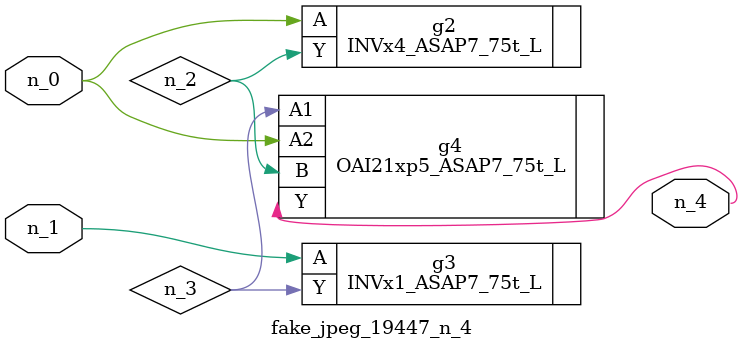
<source format=v>
module fake_jpeg_19447_n_4 (n_0, n_1, n_4);

input n_0;
input n_1;

output n_4;

wire n_3;
wire n_2;

INVx4_ASAP7_75t_L g2 ( 
.A(n_0),
.Y(n_2)
);

INVx1_ASAP7_75t_L g3 ( 
.A(n_1),
.Y(n_3)
);

OAI21xp5_ASAP7_75t_L g4 ( 
.A1(n_3),
.A2(n_0),
.B(n_2),
.Y(n_4)
);


endmodule
</source>
